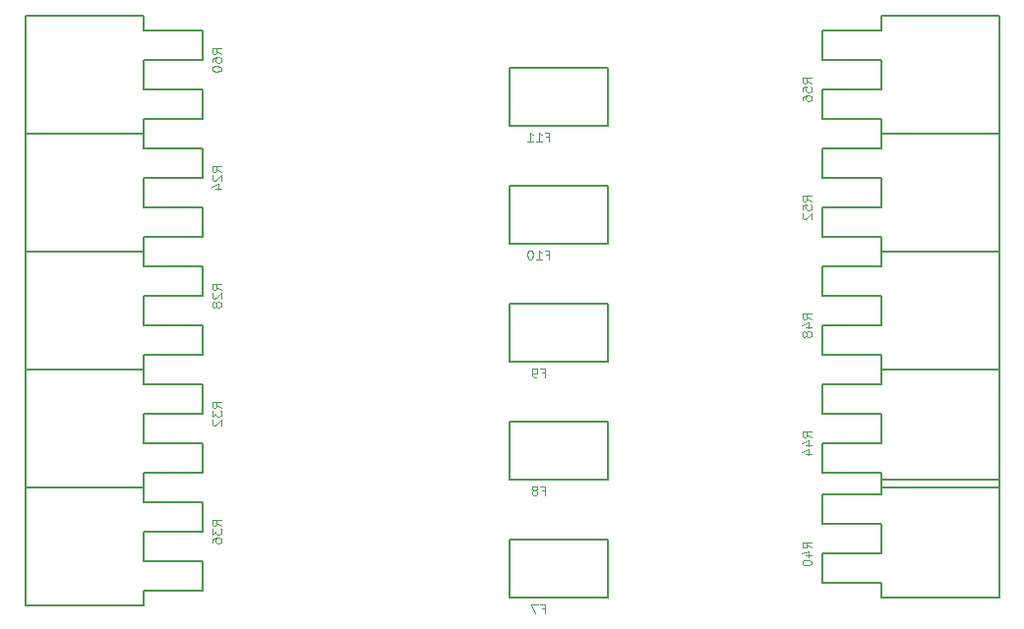
<source format=gbo>
G04 #@! TF.FileFunction,Legend,Bot*
%FSLAX46Y46*%
G04 Gerber Fmt 4.6, Leading zero omitted, Abs format (unit mm)*
G04 Created by KiCad (PCBNEW 4.0.7-e2-6376~58~ubuntu14.04.1) date Mon Jan 15 16:35:31 2018*
%MOMM*%
%LPD*%
G01*
G04 APERTURE LIST*
%ADD10C,0.100000*%
%ADD11C,0.150000*%
%ADD12C,0.120000*%
G04 APERTURE END LIST*
D10*
D11*
X125500000Y-136485000D02*
X134000000Y-136485000D01*
X134000000Y-136485000D02*
X134000000Y-131485000D01*
X134000000Y-131485000D02*
X125500000Y-131485000D01*
X125500000Y-131485000D02*
X125500000Y-136485000D01*
X125500000Y-126325000D02*
X134000000Y-126325000D01*
X134000000Y-126325000D02*
X134000000Y-121325000D01*
X134000000Y-121325000D02*
X125500000Y-121325000D01*
X125500000Y-121325000D02*
X125500000Y-126325000D01*
X125500000Y-116165000D02*
X134000000Y-116165000D01*
X134000000Y-116165000D02*
X134000000Y-111165000D01*
X134000000Y-111165000D02*
X125500000Y-111165000D01*
X125500000Y-111165000D02*
X125500000Y-116165000D01*
X125500000Y-106005000D02*
X134000000Y-106005000D01*
X134000000Y-106005000D02*
X134000000Y-101005000D01*
X134000000Y-101005000D02*
X125500000Y-101005000D01*
X125500000Y-101005000D02*
X125500000Y-106005000D01*
X125500000Y-95845000D02*
X134000000Y-95845000D01*
X134000000Y-95845000D02*
X134000000Y-90845000D01*
X134000000Y-90845000D02*
X125500000Y-90845000D01*
X125500000Y-90845000D02*
X125500000Y-95845000D01*
X99060000Y-100330000D02*
X99060000Y-97790000D01*
X99060000Y-97790000D02*
X93980000Y-97790000D01*
X93980000Y-97790000D02*
X93980000Y-96520000D01*
X93980000Y-96520000D02*
X83820000Y-96520000D01*
X83820000Y-96520000D02*
X83820000Y-106680000D01*
X83820000Y-106680000D02*
X93980000Y-106680000D01*
X93980000Y-106680000D02*
X93980000Y-105410000D01*
X93980000Y-105410000D02*
X99060000Y-105410000D01*
X99060000Y-105410000D02*
X99060000Y-102870000D01*
X99060000Y-102870000D02*
X93980000Y-102870000D01*
X93980000Y-102870000D02*
X93980000Y-100330000D01*
X93980000Y-100330000D02*
X99060000Y-100330000D01*
X99060000Y-110490000D02*
X99060000Y-107950000D01*
X99060000Y-107950000D02*
X93980000Y-107950000D01*
X93980000Y-107950000D02*
X93980000Y-106680000D01*
X93980000Y-106680000D02*
X83820000Y-106680000D01*
X83820000Y-106680000D02*
X83820000Y-116840000D01*
X83820000Y-116840000D02*
X93980000Y-116840000D01*
X93980000Y-116840000D02*
X93980000Y-115570000D01*
X93980000Y-115570000D02*
X99060000Y-115570000D01*
X99060000Y-115570000D02*
X99060000Y-113030000D01*
X99060000Y-113030000D02*
X93980000Y-113030000D01*
X93980000Y-113030000D02*
X93980000Y-110490000D01*
X93980000Y-110490000D02*
X99060000Y-110490000D01*
X99060000Y-120650000D02*
X99060000Y-118110000D01*
X99060000Y-118110000D02*
X93980000Y-118110000D01*
X93980000Y-118110000D02*
X93980000Y-116840000D01*
X93980000Y-116840000D02*
X83820000Y-116840000D01*
X83820000Y-116840000D02*
X83820000Y-127000000D01*
X83820000Y-127000000D02*
X93980000Y-127000000D01*
X93980000Y-127000000D02*
X93980000Y-125730000D01*
X93980000Y-125730000D02*
X99060000Y-125730000D01*
X99060000Y-125730000D02*
X99060000Y-123190000D01*
X99060000Y-123190000D02*
X93980000Y-123190000D01*
X93980000Y-123190000D02*
X93980000Y-120650000D01*
X93980000Y-120650000D02*
X99060000Y-120650000D01*
X99060000Y-130810000D02*
X99060000Y-128270000D01*
X99060000Y-128270000D02*
X93980000Y-128270000D01*
X93980000Y-128270000D02*
X93980000Y-127000000D01*
X93980000Y-127000000D02*
X83820000Y-127000000D01*
X83820000Y-127000000D02*
X83820000Y-137160000D01*
X83820000Y-137160000D02*
X93980000Y-137160000D01*
X93980000Y-137160000D02*
X93980000Y-135890000D01*
X93980000Y-135890000D02*
X99060000Y-135890000D01*
X99060000Y-135890000D02*
X99060000Y-133350000D01*
X99060000Y-133350000D02*
X93980000Y-133350000D01*
X93980000Y-133350000D02*
X93980000Y-130810000D01*
X93980000Y-130810000D02*
X99060000Y-130810000D01*
X152400000Y-132715000D02*
X152400000Y-135255000D01*
X152400000Y-135255000D02*
X157480000Y-135255000D01*
X157480000Y-135255000D02*
X157480000Y-136525000D01*
X157480000Y-136525000D02*
X167640000Y-136525000D01*
X167640000Y-136525000D02*
X167640000Y-126365000D01*
X167640000Y-126365000D02*
X157480000Y-126365000D01*
X157480000Y-126365000D02*
X157480000Y-127635000D01*
X157480000Y-127635000D02*
X152400000Y-127635000D01*
X152400000Y-127635000D02*
X152400000Y-130175000D01*
X152400000Y-130175000D02*
X157480000Y-130175000D01*
X157480000Y-130175000D02*
X157480000Y-132715000D01*
X157480000Y-132715000D02*
X152400000Y-132715000D01*
X152400000Y-123190000D02*
X152400000Y-125730000D01*
X152400000Y-125730000D02*
X157480000Y-125730000D01*
X157480000Y-125730000D02*
X157480000Y-127000000D01*
X157480000Y-127000000D02*
X167640000Y-127000000D01*
X167640000Y-127000000D02*
X167640000Y-116840000D01*
X167640000Y-116840000D02*
X157480000Y-116840000D01*
X157480000Y-116840000D02*
X157480000Y-118110000D01*
X157480000Y-118110000D02*
X152400000Y-118110000D01*
X152400000Y-118110000D02*
X152400000Y-120650000D01*
X152400000Y-120650000D02*
X157480000Y-120650000D01*
X157480000Y-120650000D02*
X157480000Y-123190000D01*
X157480000Y-123190000D02*
X152400000Y-123190000D01*
X152400000Y-113030000D02*
X152400000Y-115570000D01*
X152400000Y-115570000D02*
X157480000Y-115570000D01*
X157480000Y-115570000D02*
X157480000Y-116840000D01*
X157480000Y-116840000D02*
X167640000Y-116840000D01*
X167640000Y-116840000D02*
X167640000Y-106680000D01*
X167640000Y-106680000D02*
X157480000Y-106680000D01*
X157480000Y-106680000D02*
X157480000Y-107950000D01*
X157480000Y-107950000D02*
X152400000Y-107950000D01*
X152400000Y-107950000D02*
X152400000Y-110490000D01*
X152400000Y-110490000D02*
X157480000Y-110490000D01*
X157480000Y-110490000D02*
X157480000Y-113030000D01*
X157480000Y-113030000D02*
X152400000Y-113030000D01*
X152400000Y-102870000D02*
X152400000Y-105410000D01*
X152400000Y-105410000D02*
X157480000Y-105410000D01*
X157480000Y-105410000D02*
X157480000Y-106680000D01*
X157480000Y-106680000D02*
X167640000Y-106680000D01*
X167640000Y-106680000D02*
X167640000Y-96520000D01*
X167640000Y-96520000D02*
X157480000Y-96520000D01*
X157480000Y-96520000D02*
X157480000Y-97790000D01*
X157480000Y-97790000D02*
X152400000Y-97790000D01*
X152400000Y-97790000D02*
X152400000Y-100330000D01*
X152400000Y-100330000D02*
X157480000Y-100330000D01*
X157480000Y-100330000D02*
X157480000Y-102870000D01*
X157480000Y-102870000D02*
X152400000Y-102870000D01*
X152400000Y-92710000D02*
X152400000Y-95250000D01*
X152400000Y-95250000D02*
X157480000Y-95250000D01*
X157480000Y-95250000D02*
X157480000Y-96520000D01*
X157480000Y-96520000D02*
X167640000Y-96520000D01*
X167640000Y-96520000D02*
X167640000Y-86360000D01*
X167640000Y-86360000D02*
X157480000Y-86360000D01*
X157480000Y-86360000D02*
X157480000Y-87630000D01*
X157480000Y-87630000D02*
X152400000Y-87630000D01*
X152400000Y-87630000D02*
X152400000Y-90170000D01*
X152400000Y-90170000D02*
X157480000Y-90170000D01*
X157480000Y-90170000D02*
X157480000Y-92710000D01*
X157480000Y-92710000D02*
X152400000Y-92710000D01*
X99060000Y-90170000D02*
X99060000Y-87630000D01*
X99060000Y-87630000D02*
X93980000Y-87630000D01*
X93980000Y-87630000D02*
X93980000Y-86360000D01*
X93980000Y-86360000D02*
X83820000Y-86360000D01*
X83820000Y-86360000D02*
X83820000Y-96520000D01*
X83820000Y-96520000D02*
X93980000Y-96520000D01*
X93980000Y-96520000D02*
X93980000Y-95250000D01*
X93980000Y-95250000D02*
X99060000Y-95250000D01*
X99060000Y-95250000D02*
X99060000Y-92710000D01*
X99060000Y-92710000D02*
X93980000Y-92710000D01*
X93980000Y-92710000D02*
X93980000Y-90170000D01*
X93980000Y-90170000D02*
X99060000Y-90170000D01*
D12*
X128266666Y-137427857D02*
X128533333Y-137427857D01*
X128533333Y-137846905D02*
X128533333Y-137046905D01*
X128152380Y-137046905D01*
X127923809Y-137046905D02*
X127390476Y-137046905D01*
X127733333Y-137846905D01*
X128266666Y-127267857D02*
X128533333Y-127267857D01*
X128533333Y-127686905D02*
X128533333Y-126886905D01*
X128152380Y-126886905D01*
X127733333Y-127229762D02*
X127809524Y-127191667D01*
X127847619Y-127153571D01*
X127885714Y-127077381D01*
X127885714Y-127039286D01*
X127847619Y-126963095D01*
X127809524Y-126925000D01*
X127733333Y-126886905D01*
X127580952Y-126886905D01*
X127504762Y-126925000D01*
X127466666Y-126963095D01*
X127428571Y-127039286D01*
X127428571Y-127077381D01*
X127466666Y-127153571D01*
X127504762Y-127191667D01*
X127580952Y-127229762D01*
X127733333Y-127229762D01*
X127809524Y-127267857D01*
X127847619Y-127305952D01*
X127885714Y-127382143D01*
X127885714Y-127534524D01*
X127847619Y-127610714D01*
X127809524Y-127648810D01*
X127733333Y-127686905D01*
X127580952Y-127686905D01*
X127504762Y-127648810D01*
X127466666Y-127610714D01*
X127428571Y-127534524D01*
X127428571Y-127382143D01*
X127466666Y-127305952D01*
X127504762Y-127267857D01*
X127580952Y-127229762D01*
X128266666Y-117107857D02*
X128533333Y-117107857D01*
X128533333Y-117526905D02*
X128533333Y-116726905D01*
X128152380Y-116726905D01*
X127809524Y-117526905D02*
X127657143Y-117526905D01*
X127580952Y-117488810D01*
X127542857Y-117450714D01*
X127466666Y-117336429D01*
X127428571Y-117184048D01*
X127428571Y-116879286D01*
X127466666Y-116803095D01*
X127504762Y-116765000D01*
X127580952Y-116726905D01*
X127733333Y-116726905D01*
X127809524Y-116765000D01*
X127847619Y-116803095D01*
X127885714Y-116879286D01*
X127885714Y-117069762D01*
X127847619Y-117145952D01*
X127809524Y-117184048D01*
X127733333Y-117222143D01*
X127580952Y-117222143D01*
X127504762Y-117184048D01*
X127466666Y-117145952D01*
X127428571Y-117069762D01*
X128647619Y-106947857D02*
X128914286Y-106947857D01*
X128914286Y-107366905D02*
X128914286Y-106566905D01*
X128533333Y-106566905D01*
X127809524Y-107366905D02*
X128266667Y-107366905D01*
X128038096Y-107366905D02*
X128038096Y-106566905D01*
X128114286Y-106681190D01*
X128190477Y-106757381D01*
X128266667Y-106795476D01*
X127314286Y-106566905D02*
X127238095Y-106566905D01*
X127161905Y-106605000D01*
X127123810Y-106643095D01*
X127085714Y-106719286D01*
X127047619Y-106871667D01*
X127047619Y-107062143D01*
X127085714Y-107214524D01*
X127123810Y-107290714D01*
X127161905Y-107328810D01*
X127238095Y-107366905D01*
X127314286Y-107366905D01*
X127390476Y-107328810D01*
X127428572Y-107290714D01*
X127466667Y-107214524D01*
X127504762Y-107062143D01*
X127504762Y-106871667D01*
X127466667Y-106719286D01*
X127428572Y-106643095D01*
X127390476Y-106605000D01*
X127314286Y-106566905D01*
X128647619Y-96787857D02*
X128914286Y-96787857D01*
X128914286Y-97206905D02*
X128914286Y-96406905D01*
X128533333Y-96406905D01*
X127809524Y-97206905D02*
X128266667Y-97206905D01*
X128038096Y-97206905D02*
X128038096Y-96406905D01*
X128114286Y-96521190D01*
X128190477Y-96597381D01*
X128266667Y-96635476D01*
X127047619Y-97206905D02*
X127504762Y-97206905D01*
X127276191Y-97206905D02*
X127276191Y-96406905D01*
X127352381Y-96521190D01*
X127428572Y-96597381D01*
X127504762Y-96635476D01*
X100691905Y-99815714D02*
X100310952Y-99549047D01*
X100691905Y-99358571D02*
X99891905Y-99358571D01*
X99891905Y-99663333D01*
X99930000Y-99739524D01*
X99968095Y-99777619D01*
X100044286Y-99815714D01*
X100158571Y-99815714D01*
X100234762Y-99777619D01*
X100272857Y-99739524D01*
X100310952Y-99663333D01*
X100310952Y-99358571D01*
X99968095Y-100120476D02*
X99930000Y-100158571D01*
X99891905Y-100234762D01*
X99891905Y-100425238D01*
X99930000Y-100501428D01*
X99968095Y-100539524D01*
X100044286Y-100577619D01*
X100120476Y-100577619D01*
X100234762Y-100539524D01*
X100691905Y-100082381D01*
X100691905Y-100577619D01*
X100158571Y-101263333D02*
X100691905Y-101263333D01*
X99853810Y-101072857D02*
X100425238Y-100882381D01*
X100425238Y-101377619D01*
X100691905Y-109975714D02*
X100310952Y-109709047D01*
X100691905Y-109518571D02*
X99891905Y-109518571D01*
X99891905Y-109823333D01*
X99930000Y-109899524D01*
X99968095Y-109937619D01*
X100044286Y-109975714D01*
X100158571Y-109975714D01*
X100234762Y-109937619D01*
X100272857Y-109899524D01*
X100310952Y-109823333D01*
X100310952Y-109518571D01*
X99968095Y-110280476D02*
X99930000Y-110318571D01*
X99891905Y-110394762D01*
X99891905Y-110585238D01*
X99930000Y-110661428D01*
X99968095Y-110699524D01*
X100044286Y-110737619D01*
X100120476Y-110737619D01*
X100234762Y-110699524D01*
X100691905Y-110242381D01*
X100691905Y-110737619D01*
X100234762Y-111194762D02*
X100196667Y-111118571D01*
X100158571Y-111080476D01*
X100082381Y-111042381D01*
X100044286Y-111042381D01*
X99968095Y-111080476D01*
X99930000Y-111118571D01*
X99891905Y-111194762D01*
X99891905Y-111347143D01*
X99930000Y-111423333D01*
X99968095Y-111461429D01*
X100044286Y-111499524D01*
X100082381Y-111499524D01*
X100158571Y-111461429D01*
X100196667Y-111423333D01*
X100234762Y-111347143D01*
X100234762Y-111194762D01*
X100272857Y-111118571D01*
X100310952Y-111080476D01*
X100387143Y-111042381D01*
X100539524Y-111042381D01*
X100615714Y-111080476D01*
X100653810Y-111118571D01*
X100691905Y-111194762D01*
X100691905Y-111347143D01*
X100653810Y-111423333D01*
X100615714Y-111461429D01*
X100539524Y-111499524D01*
X100387143Y-111499524D01*
X100310952Y-111461429D01*
X100272857Y-111423333D01*
X100234762Y-111347143D01*
X100691905Y-120135714D02*
X100310952Y-119869047D01*
X100691905Y-119678571D02*
X99891905Y-119678571D01*
X99891905Y-119983333D01*
X99930000Y-120059524D01*
X99968095Y-120097619D01*
X100044286Y-120135714D01*
X100158571Y-120135714D01*
X100234762Y-120097619D01*
X100272857Y-120059524D01*
X100310952Y-119983333D01*
X100310952Y-119678571D01*
X99891905Y-120402381D02*
X99891905Y-120897619D01*
X100196667Y-120630952D01*
X100196667Y-120745238D01*
X100234762Y-120821428D01*
X100272857Y-120859524D01*
X100349048Y-120897619D01*
X100539524Y-120897619D01*
X100615714Y-120859524D01*
X100653810Y-120821428D01*
X100691905Y-120745238D01*
X100691905Y-120516666D01*
X100653810Y-120440476D01*
X100615714Y-120402381D01*
X99968095Y-121202381D02*
X99930000Y-121240476D01*
X99891905Y-121316667D01*
X99891905Y-121507143D01*
X99930000Y-121583333D01*
X99968095Y-121621429D01*
X100044286Y-121659524D01*
X100120476Y-121659524D01*
X100234762Y-121621429D01*
X100691905Y-121164286D01*
X100691905Y-121659524D01*
X100691905Y-130295714D02*
X100310952Y-130029047D01*
X100691905Y-129838571D02*
X99891905Y-129838571D01*
X99891905Y-130143333D01*
X99930000Y-130219524D01*
X99968095Y-130257619D01*
X100044286Y-130295714D01*
X100158571Y-130295714D01*
X100234762Y-130257619D01*
X100272857Y-130219524D01*
X100310952Y-130143333D01*
X100310952Y-129838571D01*
X99891905Y-130562381D02*
X99891905Y-131057619D01*
X100196667Y-130790952D01*
X100196667Y-130905238D01*
X100234762Y-130981428D01*
X100272857Y-131019524D01*
X100349048Y-131057619D01*
X100539524Y-131057619D01*
X100615714Y-131019524D01*
X100653810Y-130981428D01*
X100691905Y-130905238D01*
X100691905Y-130676666D01*
X100653810Y-130600476D01*
X100615714Y-130562381D01*
X99891905Y-131743333D02*
X99891905Y-131590952D01*
X99930000Y-131514762D01*
X99968095Y-131476667D01*
X100082381Y-131400476D01*
X100234762Y-131362381D01*
X100539524Y-131362381D01*
X100615714Y-131400476D01*
X100653810Y-131438571D01*
X100691905Y-131514762D01*
X100691905Y-131667143D01*
X100653810Y-131743333D01*
X100615714Y-131781429D01*
X100539524Y-131819524D01*
X100349048Y-131819524D01*
X100272857Y-131781429D01*
X100234762Y-131743333D01*
X100196667Y-131667143D01*
X100196667Y-131514762D01*
X100234762Y-131438571D01*
X100272857Y-131400476D01*
X100349048Y-131362381D01*
X151491905Y-132200714D02*
X151110952Y-131934047D01*
X151491905Y-131743571D02*
X150691905Y-131743571D01*
X150691905Y-132048333D01*
X150730000Y-132124524D01*
X150768095Y-132162619D01*
X150844286Y-132200714D01*
X150958571Y-132200714D01*
X151034762Y-132162619D01*
X151072857Y-132124524D01*
X151110952Y-132048333D01*
X151110952Y-131743571D01*
X150958571Y-132886428D02*
X151491905Y-132886428D01*
X150653810Y-132695952D02*
X151225238Y-132505476D01*
X151225238Y-133000714D01*
X150691905Y-133457857D02*
X150691905Y-133534048D01*
X150730000Y-133610238D01*
X150768095Y-133648333D01*
X150844286Y-133686429D01*
X150996667Y-133724524D01*
X151187143Y-133724524D01*
X151339524Y-133686429D01*
X151415714Y-133648333D01*
X151453810Y-133610238D01*
X151491905Y-133534048D01*
X151491905Y-133457857D01*
X151453810Y-133381667D01*
X151415714Y-133343571D01*
X151339524Y-133305476D01*
X151187143Y-133267381D01*
X150996667Y-133267381D01*
X150844286Y-133305476D01*
X150768095Y-133343571D01*
X150730000Y-133381667D01*
X150691905Y-133457857D01*
X151491905Y-122675714D02*
X151110952Y-122409047D01*
X151491905Y-122218571D02*
X150691905Y-122218571D01*
X150691905Y-122523333D01*
X150730000Y-122599524D01*
X150768095Y-122637619D01*
X150844286Y-122675714D01*
X150958571Y-122675714D01*
X151034762Y-122637619D01*
X151072857Y-122599524D01*
X151110952Y-122523333D01*
X151110952Y-122218571D01*
X150958571Y-123361428D02*
X151491905Y-123361428D01*
X150653810Y-123170952D02*
X151225238Y-122980476D01*
X151225238Y-123475714D01*
X150958571Y-124123333D02*
X151491905Y-124123333D01*
X150653810Y-123932857D02*
X151225238Y-123742381D01*
X151225238Y-124237619D01*
X151491905Y-112515714D02*
X151110952Y-112249047D01*
X151491905Y-112058571D02*
X150691905Y-112058571D01*
X150691905Y-112363333D01*
X150730000Y-112439524D01*
X150768095Y-112477619D01*
X150844286Y-112515714D01*
X150958571Y-112515714D01*
X151034762Y-112477619D01*
X151072857Y-112439524D01*
X151110952Y-112363333D01*
X151110952Y-112058571D01*
X150958571Y-113201428D02*
X151491905Y-113201428D01*
X150653810Y-113010952D02*
X151225238Y-112820476D01*
X151225238Y-113315714D01*
X151034762Y-113734762D02*
X150996667Y-113658571D01*
X150958571Y-113620476D01*
X150882381Y-113582381D01*
X150844286Y-113582381D01*
X150768095Y-113620476D01*
X150730000Y-113658571D01*
X150691905Y-113734762D01*
X150691905Y-113887143D01*
X150730000Y-113963333D01*
X150768095Y-114001429D01*
X150844286Y-114039524D01*
X150882381Y-114039524D01*
X150958571Y-114001429D01*
X150996667Y-113963333D01*
X151034762Y-113887143D01*
X151034762Y-113734762D01*
X151072857Y-113658571D01*
X151110952Y-113620476D01*
X151187143Y-113582381D01*
X151339524Y-113582381D01*
X151415714Y-113620476D01*
X151453810Y-113658571D01*
X151491905Y-113734762D01*
X151491905Y-113887143D01*
X151453810Y-113963333D01*
X151415714Y-114001429D01*
X151339524Y-114039524D01*
X151187143Y-114039524D01*
X151110952Y-114001429D01*
X151072857Y-113963333D01*
X151034762Y-113887143D01*
X151491905Y-102355714D02*
X151110952Y-102089047D01*
X151491905Y-101898571D02*
X150691905Y-101898571D01*
X150691905Y-102203333D01*
X150730000Y-102279524D01*
X150768095Y-102317619D01*
X150844286Y-102355714D01*
X150958571Y-102355714D01*
X151034762Y-102317619D01*
X151072857Y-102279524D01*
X151110952Y-102203333D01*
X151110952Y-101898571D01*
X150691905Y-103079524D02*
X150691905Y-102698571D01*
X151072857Y-102660476D01*
X151034762Y-102698571D01*
X150996667Y-102774762D01*
X150996667Y-102965238D01*
X151034762Y-103041428D01*
X151072857Y-103079524D01*
X151149048Y-103117619D01*
X151339524Y-103117619D01*
X151415714Y-103079524D01*
X151453810Y-103041428D01*
X151491905Y-102965238D01*
X151491905Y-102774762D01*
X151453810Y-102698571D01*
X151415714Y-102660476D01*
X150768095Y-103422381D02*
X150730000Y-103460476D01*
X150691905Y-103536667D01*
X150691905Y-103727143D01*
X150730000Y-103803333D01*
X150768095Y-103841429D01*
X150844286Y-103879524D01*
X150920476Y-103879524D01*
X151034762Y-103841429D01*
X151491905Y-103384286D01*
X151491905Y-103879524D01*
X151491905Y-92195714D02*
X151110952Y-91929047D01*
X151491905Y-91738571D02*
X150691905Y-91738571D01*
X150691905Y-92043333D01*
X150730000Y-92119524D01*
X150768095Y-92157619D01*
X150844286Y-92195714D01*
X150958571Y-92195714D01*
X151034762Y-92157619D01*
X151072857Y-92119524D01*
X151110952Y-92043333D01*
X151110952Y-91738571D01*
X150691905Y-92919524D02*
X150691905Y-92538571D01*
X151072857Y-92500476D01*
X151034762Y-92538571D01*
X150996667Y-92614762D01*
X150996667Y-92805238D01*
X151034762Y-92881428D01*
X151072857Y-92919524D01*
X151149048Y-92957619D01*
X151339524Y-92957619D01*
X151415714Y-92919524D01*
X151453810Y-92881428D01*
X151491905Y-92805238D01*
X151491905Y-92614762D01*
X151453810Y-92538571D01*
X151415714Y-92500476D01*
X150691905Y-93643333D02*
X150691905Y-93490952D01*
X150730000Y-93414762D01*
X150768095Y-93376667D01*
X150882381Y-93300476D01*
X151034762Y-93262381D01*
X151339524Y-93262381D01*
X151415714Y-93300476D01*
X151453810Y-93338571D01*
X151491905Y-93414762D01*
X151491905Y-93567143D01*
X151453810Y-93643333D01*
X151415714Y-93681429D01*
X151339524Y-93719524D01*
X151149048Y-93719524D01*
X151072857Y-93681429D01*
X151034762Y-93643333D01*
X150996667Y-93567143D01*
X150996667Y-93414762D01*
X151034762Y-93338571D01*
X151072857Y-93300476D01*
X151149048Y-93262381D01*
X100691905Y-89655714D02*
X100310952Y-89389047D01*
X100691905Y-89198571D02*
X99891905Y-89198571D01*
X99891905Y-89503333D01*
X99930000Y-89579524D01*
X99968095Y-89617619D01*
X100044286Y-89655714D01*
X100158571Y-89655714D01*
X100234762Y-89617619D01*
X100272857Y-89579524D01*
X100310952Y-89503333D01*
X100310952Y-89198571D01*
X99891905Y-90341428D02*
X99891905Y-90189047D01*
X99930000Y-90112857D01*
X99968095Y-90074762D01*
X100082381Y-89998571D01*
X100234762Y-89960476D01*
X100539524Y-89960476D01*
X100615714Y-89998571D01*
X100653810Y-90036666D01*
X100691905Y-90112857D01*
X100691905Y-90265238D01*
X100653810Y-90341428D01*
X100615714Y-90379524D01*
X100539524Y-90417619D01*
X100349048Y-90417619D01*
X100272857Y-90379524D01*
X100234762Y-90341428D01*
X100196667Y-90265238D01*
X100196667Y-90112857D01*
X100234762Y-90036666D01*
X100272857Y-89998571D01*
X100349048Y-89960476D01*
X99891905Y-90912857D02*
X99891905Y-90989048D01*
X99930000Y-91065238D01*
X99968095Y-91103333D01*
X100044286Y-91141429D01*
X100196667Y-91179524D01*
X100387143Y-91179524D01*
X100539524Y-91141429D01*
X100615714Y-91103333D01*
X100653810Y-91065238D01*
X100691905Y-90989048D01*
X100691905Y-90912857D01*
X100653810Y-90836667D01*
X100615714Y-90798571D01*
X100539524Y-90760476D01*
X100387143Y-90722381D01*
X100196667Y-90722381D01*
X100044286Y-90760476D01*
X99968095Y-90798571D01*
X99930000Y-90836667D01*
X99891905Y-90912857D01*
M02*

</source>
